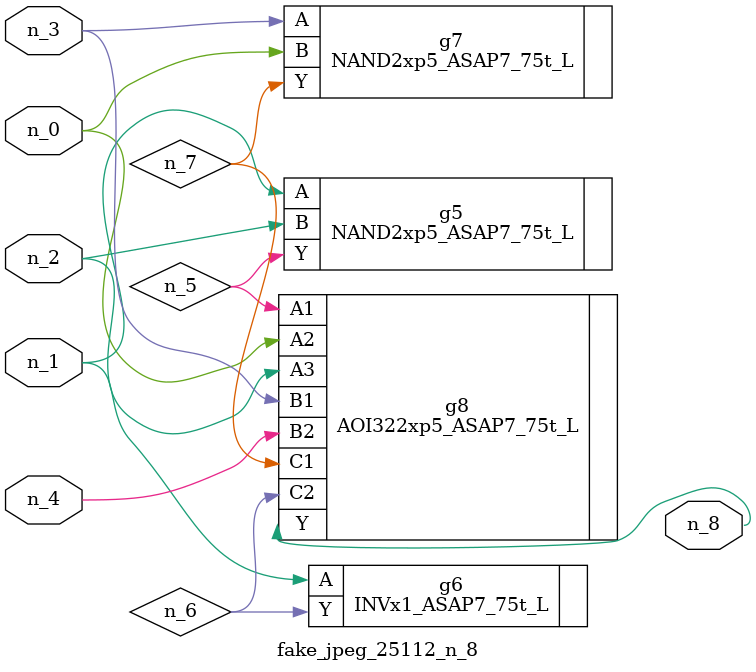
<source format=v>
module fake_jpeg_25112_n_8 (n_3, n_2, n_1, n_0, n_4, n_8);

input n_3;
input n_2;
input n_1;
input n_0;
input n_4;

output n_8;

wire n_6;
wire n_5;
wire n_7;

NAND2xp5_ASAP7_75t_L g5 ( 
.A(n_1),
.B(n_2),
.Y(n_5)
);

INVx1_ASAP7_75t_L g6 ( 
.A(n_1),
.Y(n_6)
);

NAND2xp5_ASAP7_75t_L g7 ( 
.A(n_3),
.B(n_0),
.Y(n_7)
);

AOI322xp5_ASAP7_75t_L g8 ( 
.A1(n_5),
.A2(n_0),
.A3(n_2),
.B1(n_3),
.B2(n_4),
.C1(n_7),
.C2(n_6),
.Y(n_8)
);


endmodule
</source>
